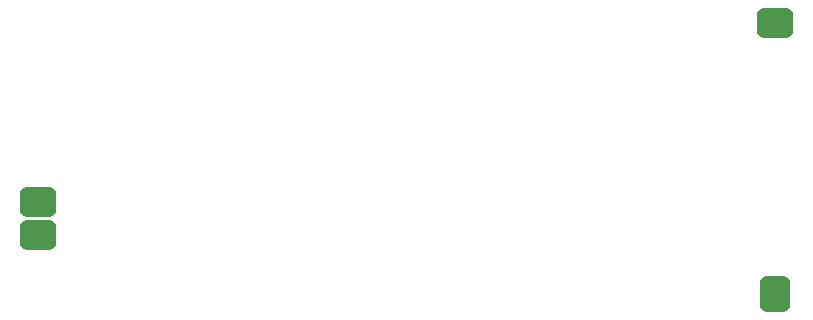
<source format=gbs>
G04 Layer: BottomSolderMaskLayer*
G04 EasyEDA Pro v2.1.51.8c9149c1.e57db4, 2024-04-09 19:57:42*
G04 Gerber Generator version 0.3*
G04 Scale: 100 percent, Rotated: No, Reflected: No*
G04 Dimensions in millimeters*
G04 Leading zeros omitted, absolute positions, 3 integers and 5 decimals*
%FSLAX35Y35*%
%MOMM*%
%AMRoundRect*1,1,$1,$2,$3*1,1,$1,$4,$5*1,1,$1,0-$2,0-$3*1,1,$1,0-$4,0-$5*20,1,$1,$2,$3,$4,$5,0*20,1,$1,$4,$5,0-$2,0-$3,0*20,1,$1,0-$2,0-$3,0-$4,0-$5,0*20,1,$1,0-$4,0-$5,$2,$3,0*4,1,4,$2,$3,$4,$5,0-$2,0-$3,0-$4,0-$5,$2,$3,0*%
%ADD10RoundRect,1.34969X-0.87595X0.62595X0.87595X0.62595*%
%ADD11RoundRect,1.34969X0.87595X-0.62595X-0.87595X-0.62595*%
%ADD12RoundRect,1.34969X0.62595X-0.87595X-0.62595X-0.87595*%
G75*


G04 Pad Start*
G54D10*
G01X-155604Y-2813042D03*
G54D11*
G01X6089198Y-1295928D03*
G54D10*
G01X-155604Y-3093464D03*
G54D12*
G01X6089198Y-3593160D03*
G04 Pad End*

M02*

</source>
